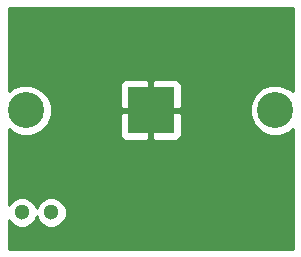
<source format=gbl>
G04 (created by PCBNEW (2013-07-07 BZR 4022)-stable) date 2/02/2014 9:55:01 p.m.*
%MOIN*%
G04 Gerber Fmt 3.4, Leading zero omitted, Abs format*
%FSLAX34Y34*%
G01*
G70*
G90*
G04 APERTURE LIST*
%ADD10C,0.00590551*%
%ADD11C,0.0511811*%
%ADD12R,0.155906X0.155906*%
%ADD13C,0.12*%
%ADD14C,0.035*%
%ADD15C,0.01*%
G04 APERTURE END LIST*
G54D10*
G54D11*
X56807Y-41600D03*
X57792Y-41600D03*
G54D12*
X61102Y-38188D03*
G54D13*
X65257Y-38188D03*
X56947Y-38188D03*
G54D14*
X60300Y-39600D03*
G54D10*
G36*
X65830Y-42830D02*
X62131Y-42830D01*
X62131Y-38918D01*
X62131Y-37458D01*
X62131Y-37359D01*
X62093Y-37267D01*
X62023Y-37197D01*
X61931Y-37159D01*
X61214Y-37159D01*
X61152Y-37221D01*
X61152Y-38138D01*
X62069Y-38138D01*
X62131Y-38076D01*
X62131Y-37458D01*
X62131Y-38918D01*
X62131Y-38301D01*
X62069Y-38238D01*
X61152Y-38238D01*
X61152Y-39156D01*
X61214Y-39218D01*
X61931Y-39218D01*
X62023Y-39180D01*
X62093Y-39110D01*
X62131Y-39018D01*
X62131Y-38918D01*
X62131Y-42830D01*
X61052Y-42830D01*
X61052Y-39156D01*
X61052Y-38238D01*
X61052Y-38138D01*
X61052Y-37221D01*
X60989Y-37159D01*
X60273Y-37159D01*
X60181Y-37197D01*
X60111Y-37267D01*
X60072Y-37359D01*
X60072Y-37458D01*
X60072Y-38076D01*
X60135Y-38138D01*
X61052Y-38138D01*
X61052Y-38238D01*
X60135Y-38238D01*
X60072Y-38301D01*
X60072Y-38918D01*
X60072Y-39018D01*
X60111Y-39110D01*
X60181Y-39180D01*
X60273Y-39218D01*
X60989Y-39218D01*
X61052Y-39156D01*
X61052Y-42830D01*
X56369Y-42830D01*
X56369Y-41864D01*
X56378Y-41886D01*
X56520Y-42028D01*
X56706Y-42105D01*
X56908Y-42105D01*
X57094Y-42029D01*
X57236Y-41886D01*
X57300Y-41733D01*
X57362Y-41886D01*
X57505Y-42028D01*
X57691Y-42105D01*
X57892Y-42105D01*
X58078Y-42029D01*
X58220Y-41886D01*
X58297Y-41701D01*
X58298Y-41499D01*
X58221Y-41313D01*
X58079Y-41171D01*
X57893Y-41094D01*
X57691Y-41094D01*
X57505Y-41170D01*
X57363Y-41313D01*
X57299Y-41466D01*
X57237Y-41313D01*
X57094Y-41171D01*
X56908Y-41094D01*
X56707Y-41094D01*
X56521Y-41170D01*
X56379Y-41313D01*
X56369Y-41336D01*
X56369Y-38813D01*
X56465Y-38909D01*
X56777Y-39038D01*
X57115Y-39039D01*
X57428Y-38909D01*
X57667Y-38671D01*
X57797Y-38358D01*
X57797Y-38020D01*
X57668Y-37708D01*
X57429Y-37468D01*
X57117Y-37339D01*
X56779Y-37338D01*
X56466Y-37467D01*
X56369Y-37564D01*
X56369Y-34769D01*
X65830Y-34769D01*
X65830Y-37559D01*
X65739Y-37468D01*
X65427Y-37339D01*
X65089Y-37338D01*
X64776Y-37467D01*
X64537Y-37706D01*
X64407Y-38019D01*
X64407Y-38357D01*
X64536Y-38669D01*
X64775Y-38909D01*
X65087Y-39038D01*
X65425Y-39039D01*
X65738Y-38909D01*
X65830Y-38818D01*
X65830Y-42830D01*
X65830Y-42830D01*
G37*
G54D15*
X65830Y-42830D02*
X62131Y-42830D01*
X62131Y-38918D01*
X62131Y-37458D01*
X62131Y-37359D01*
X62093Y-37267D01*
X62023Y-37197D01*
X61931Y-37159D01*
X61214Y-37159D01*
X61152Y-37221D01*
X61152Y-38138D01*
X62069Y-38138D01*
X62131Y-38076D01*
X62131Y-37458D01*
X62131Y-38918D01*
X62131Y-38301D01*
X62069Y-38238D01*
X61152Y-38238D01*
X61152Y-39156D01*
X61214Y-39218D01*
X61931Y-39218D01*
X62023Y-39180D01*
X62093Y-39110D01*
X62131Y-39018D01*
X62131Y-38918D01*
X62131Y-42830D01*
X61052Y-42830D01*
X61052Y-39156D01*
X61052Y-38238D01*
X61052Y-38138D01*
X61052Y-37221D01*
X60989Y-37159D01*
X60273Y-37159D01*
X60181Y-37197D01*
X60111Y-37267D01*
X60072Y-37359D01*
X60072Y-37458D01*
X60072Y-38076D01*
X60135Y-38138D01*
X61052Y-38138D01*
X61052Y-38238D01*
X60135Y-38238D01*
X60072Y-38301D01*
X60072Y-38918D01*
X60072Y-39018D01*
X60111Y-39110D01*
X60181Y-39180D01*
X60273Y-39218D01*
X60989Y-39218D01*
X61052Y-39156D01*
X61052Y-42830D01*
X56369Y-42830D01*
X56369Y-41864D01*
X56378Y-41886D01*
X56520Y-42028D01*
X56706Y-42105D01*
X56908Y-42105D01*
X57094Y-42029D01*
X57236Y-41886D01*
X57300Y-41733D01*
X57362Y-41886D01*
X57505Y-42028D01*
X57691Y-42105D01*
X57892Y-42105D01*
X58078Y-42029D01*
X58220Y-41886D01*
X58297Y-41701D01*
X58298Y-41499D01*
X58221Y-41313D01*
X58079Y-41171D01*
X57893Y-41094D01*
X57691Y-41094D01*
X57505Y-41170D01*
X57363Y-41313D01*
X57299Y-41466D01*
X57237Y-41313D01*
X57094Y-41171D01*
X56908Y-41094D01*
X56707Y-41094D01*
X56521Y-41170D01*
X56379Y-41313D01*
X56369Y-41336D01*
X56369Y-38813D01*
X56465Y-38909D01*
X56777Y-39038D01*
X57115Y-39039D01*
X57428Y-38909D01*
X57667Y-38671D01*
X57797Y-38358D01*
X57797Y-38020D01*
X57668Y-37708D01*
X57429Y-37468D01*
X57117Y-37339D01*
X56779Y-37338D01*
X56466Y-37467D01*
X56369Y-37564D01*
X56369Y-34769D01*
X65830Y-34769D01*
X65830Y-37559D01*
X65739Y-37468D01*
X65427Y-37339D01*
X65089Y-37338D01*
X64776Y-37467D01*
X64537Y-37706D01*
X64407Y-38019D01*
X64407Y-38357D01*
X64536Y-38669D01*
X64775Y-38909D01*
X65087Y-39038D01*
X65425Y-39039D01*
X65738Y-38909D01*
X65830Y-38818D01*
X65830Y-42830D01*
M02*

</source>
